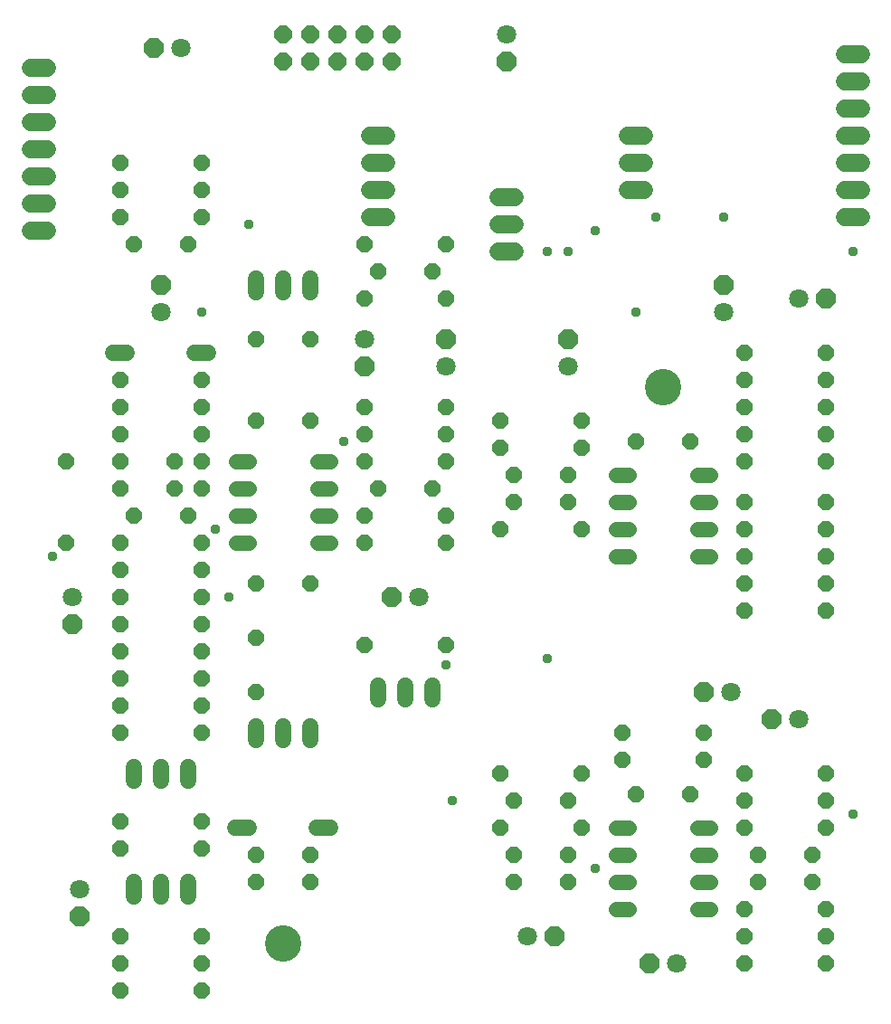
<source format=gts>
G04 EAGLE Gerber RS-274X export*
G75*
%MOMM*%
%FSLAX34Y34*%
%LPD*%
%INSoldermask Top*%
%IPPOS*%
%AMOC8*
5,1,8,0,0,1.08239X$1,22.5*%
G01*
%ADD10C,3.403600*%
%ADD11C,1.411200*%
%ADD12P,1.649562X8X202.500000*%
%ADD13P,1.649562X8X22.500000*%
%ADD14P,1.951982X8X202.500000*%
%ADD15C,1.803400*%
%ADD16P,1.951982X8X22.500000*%
%ADD17P,1.951982X8X112.500000*%
%ADD18P,1.649562X8X112.500000*%
%ADD19P,1.951982X8X292.500000*%
%ADD20C,1.524000*%
%ADD21P,1.649562X8X292.500000*%
%ADD22C,1.727200*%
%ADD23P,1.759533X8X202.500000*%
%ADD24C,0.959600*%


D10*
X609600Y615950D03*
X254000Y95250D03*
D11*
X565460Y203200D02*
X577540Y203200D01*
X577540Y177800D02*
X565460Y177800D01*
X565460Y152400D02*
X577540Y152400D01*
X577540Y127000D02*
X565460Y127000D01*
X641660Y127000D02*
X653740Y127000D01*
X653740Y152400D02*
X641660Y152400D01*
X641660Y177800D02*
X653740Y177800D01*
X653740Y203200D02*
X641660Y203200D01*
D12*
X647700Y292100D03*
X571500Y292100D03*
X762000Y203200D03*
X685800Y203200D03*
X762000Y228600D03*
X685800Y228600D03*
D13*
X685800Y254000D03*
X762000Y254000D03*
X571500Y266700D03*
X647700Y266700D03*
D14*
X711200Y304800D03*
D15*
X736600Y304800D03*
D14*
X647700Y330200D03*
D15*
X673100Y330200D03*
D12*
X520700Y177800D03*
X469900Y177800D03*
D13*
X469900Y228600D03*
X520700Y228600D03*
D12*
X533400Y254000D03*
X457200Y254000D03*
D13*
X698500Y152400D03*
X749300Y152400D03*
D12*
X749300Y177800D03*
X698500Y177800D03*
X762000Y101600D03*
X685800Y101600D03*
D13*
X685800Y76200D03*
X762000Y76200D03*
D12*
X762000Y127000D03*
X685800Y127000D03*
D16*
X508000Y101600D03*
D15*
X482600Y101600D03*
D14*
X596900Y76200D03*
D15*
X622300Y76200D03*
D12*
X520700Y152400D03*
X469900Y152400D03*
X533400Y203200D03*
X457200Y203200D03*
D11*
X565460Y533400D02*
X577540Y533400D01*
X577540Y508000D02*
X565460Y508000D01*
X565460Y482600D02*
X577540Y482600D01*
X577540Y457200D02*
X565460Y457200D01*
X641660Y457200D02*
X653740Y457200D01*
X653740Y482600D02*
X641660Y482600D01*
X641660Y508000D02*
X653740Y508000D01*
X653740Y533400D02*
X641660Y533400D01*
D12*
X762000Y647700D03*
X685800Y647700D03*
D13*
X685800Y622300D03*
X762000Y622300D03*
X685800Y571500D03*
X762000Y571500D03*
D12*
X762000Y546100D03*
X685800Y546100D03*
D13*
X685800Y596900D03*
X762000Y596900D03*
D17*
X666750Y711200D03*
D15*
X666750Y685800D03*
D16*
X762000Y698500D03*
D15*
X736600Y698500D03*
D12*
X520700Y508000D03*
X469900Y508000D03*
D13*
X469900Y533400D03*
X520700Y533400D03*
X457200Y558800D03*
X533400Y558800D03*
D12*
X533400Y482600D03*
X457200Y482600D03*
D13*
X685800Y508000D03*
X762000Y508000D03*
D17*
X520700Y660400D03*
D15*
X520700Y635000D03*
D13*
X457200Y584200D03*
X533400Y584200D03*
D12*
X762000Y482600D03*
X685800Y482600D03*
D13*
X685800Y457200D03*
X762000Y457200D03*
X685800Y431800D03*
X762000Y431800D03*
X685800Y406400D03*
X762000Y406400D03*
X101600Y596900D03*
X177800Y596900D03*
X101600Y419100D03*
X177800Y419100D03*
X101600Y469900D03*
X177800Y469900D03*
D12*
X177800Y444500D03*
X101600Y444500D03*
D18*
X50800Y469900D03*
X50800Y546100D03*
D19*
X57150Y393700D03*
D15*
X57150Y419100D03*
D11*
X209860Y546100D02*
X221940Y546100D01*
X221940Y520700D02*
X209860Y520700D01*
X209860Y495300D02*
X221940Y495300D01*
X221940Y469900D02*
X209860Y469900D01*
X286060Y469900D02*
X298140Y469900D01*
X298140Y495300D02*
X286060Y495300D01*
X286060Y520700D02*
X298140Y520700D01*
X298140Y546100D02*
X286060Y546100D01*
D18*
X177800Y520700D03*
X177800Y546100D03*
D12*
X152400Y520700D03*
X101600Y520700D03*
D13*
X101600Y546100D03*
X152400Y546100D03*
D20*
X165100Y152654D02*
X165100Y139446D01*
X114300Y139446D02*
X114300Y152654D01*
X139700Y152654D02*
X139700Y139446D01*
D13*
X101600Y101600D03*
X177800Y101600D03*
X114300Y495300D03*
X165100Y495300D03*
D20*
X165100Y260604D02*
X165100Y247396D01*
X114300Y247396D02*
X114300Y260604D01*
X139700Y260604D02*
X139700Y247396D01*
D12*
X177800Y184150D03*
X101600Y184150D03*
X177800Y76200D03*
X101600Y76200D03*
D19*
X63500Y120650D03*
D15*
X63500Y146050D03*
D13*
X101600Y209550D03*
X177800Y209550D03*
X101600Y368300D03*
X177800Y368300D03*
D12*
X177800Y622300D03*
X101600Y622300D03*
D20*
X171196Y647700D02*
X184404Y647700D01*
X108204Y647700D02*
X94996Y647700D01*
D19*
X330200Y635000D03*
D15*
X330200Y660400D03*
D13*
X330200Y698500D03*
X406400Y698500D03*
D12*
X406400Y749300D03*
X330200Y749300D03*
D20*
X298704Y203200D02*
X285496Y203200D01*
X222504Y203200D02*
X209296Y203200D01*
D13*
X342900Y723900D03*
X393700Y723900D03*
D20*
X279400Y298704D02*
X279400Y285496D01*
X228600Y285496D02*
X228600Y298704D01*
X254000Y298704D02*
X254000Y285496D01*
D13*
X228600Y152400D03*
X279400Y152400D03*
X101600Y292100D03*
X177800Y292100D03*
X228600Y431800D03*
X279400Y431800D03*
X101600Y393700D03*
X177800Y393700D03*
D12*
X279400Y177800D03*
X228600Y177800D03*
X279400Y660400D03*
X228600Y660400D03*
D21*
X228600Y381000D03*
X228600Y330200D03*
D20*
X279400Y704596D02*
X279400Y717804D01*
X228600Y717804D02*
X228600Y704596D01*
X254000Y704596D02*
X254000Y717804D01*
D13*
X101600Y342900D03*
X177800Y342900D03*
D12*
X177800Y317500D03*
X101600Y317500D03*
D13*
X101600Y825500D03*
X177800Y825500D03*
D12*
X165100Y749300D03*
X114300Y749300D03*
D13*
X101600Y774700D03*
X177800Y774700D03*
D17*
X139700Y711200D03*
D15*
X139700Y685800D03*
D13*
X101600Y571500D03*
X177800Y571500D03*
D12*
X177800Y50800D03*
X101600Y50800D03*
D13*
X101600Y800100D03*
X177800Y800100D03*
X342900Y520700D03*
X393700Y520700D03*
D14*
X355600Y419100D03*
D15*
X381000Y419100D03*
D12*
X406400Y495300D03*
X330200Y495300D03*
D20*
X368300Y336804D02*
X368300Y323596D01*
X393700Y323596D02*
X393700Y336804D01*
X342900Y336804D02*
X342900Y323596D01*
D13*
X330200Y546100D03*
X406400Y546100D03*
D12*
X406400Y374650D03*
X330200Y374650D03*
D13*
X330200Y469900D03*
X406400Y469900D03*
X330200Y571500D03*
X406400Y571500D03*
D12*
X406400Y596900D03*
X330200Y596900D03*
D17*
X406400Y660400D03*
D15*
X406400Y635000D03*
D12*
X279400Y584200D03*
X228600Y584200D03*
X635000Y234950D03*
X584200Y234950D03*
X635000Y565150D03*
X584200Y565150D03*
D22*
X350520Y850900D02*
X335280Y850900D01*
X335280Y825500D02*
X350520Y825500D01*
X350520Y800100D02*
X335280Y800100D01*
X335280Y774700D02*
X350520Y774700D01*
X33020Y914400D02*
X17780Y914400D01*
X17780Y889000D02*
X33020Y889000D01*
X33020Y863600D02*
X17780Y863600D01*
X17780Y838200D02*
X33020Y838200D01*
X33020Y812800D02*
X17780Y812800D01*
X17780Y787400D02*
X33020Y787400D01*
X33020Y762000D02*
X17780Y762000D01*
X779780Y876300D02*
X795020Y876300D01*
X795020Y901700D02*
X779780Y901700D01*
X779780Y927100D02*
X795020Y927100D01*
X795020Y774700D02*
X779780Y774700D01*
X779780Y800100D02*
X795020Y800100D01*
X795020Y825500D02*
X779780Y825500D01*
X779780Y850900D02*
X795020Y850900D01*
X591820Y800100D02*
X576580Y800100D01*
X576580Y825500D02*
X591820Y825500D01*
X591820Y850900D02*
X576580Y850900D01*
X471170Y742950D02*
X455930Y742950D01*
X455930Y768350D02*
X471170Y768350D01*
X471170Y793750D02*
X455930Y793750D01*
D23*
X355600Y946150D03*
X355600Y920750D03*
X330200Y946150D03*
X330200Y920750D03*
X304800Y946150D03*
X304800Y920750D03*
X279400Y946150D03*
X279400Y920750D03*
X254000Y946150D03*
X254000Y920750D03*
D19*
X463550Y920750D03*
D15*
X463550Y946150D03*
D14*
X133350Y933450D03*
D15*
X158750Y933450D03*
D24*
X787400Y742950D03*
X311150Y565150D03*
X222250Y768350D03*
X190500Y482600D03*
X412750Y228600D03*
X546100Y762000D03*
X546100Y165100D03*
X406400Y355600D03*
X647700Y533400D03*
X787400Y215900D03*
X584200Y685800D03*
X520700Y742950D03*
X203200Y419100D03*
X177800Y685800D03*
X501650Y361950D03*
X501650Y742950D03*
X603250Y774700D03*
X666750Y774700D03*
X38100Y457200D03*
M02*

</source>
